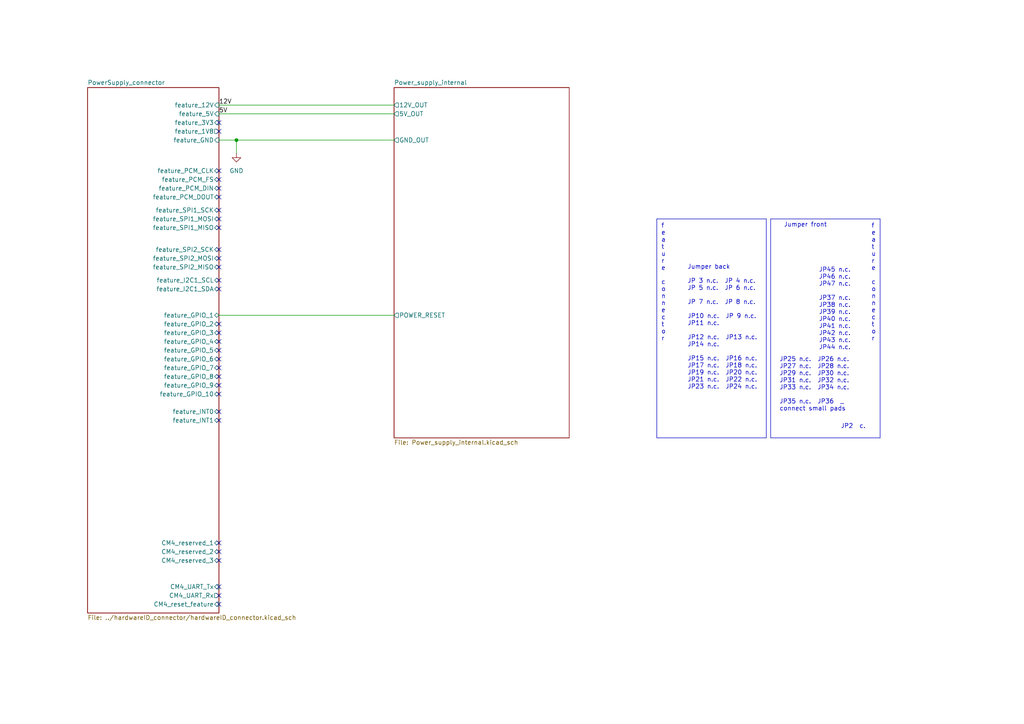
<source format=kicad_sch>
(kicad_sch (version 20230121) (generator eeschema)
  (paper "A4")
  (title_block (title "Power Supply Board") (date "2022-01-08") (rev "v1"))
  (lib_symbols
    (symbol "power:GND" (power) (pin_names (offset 0))
      (property "Value" "GND" (at 0 -3.81 0))
      (symbol "GND_0_1"
        (polyline (pts (xy 0 0) (xy 0 -1.27) (xy 1.27 -1.27) (xy 0 -2.54) (xy -1.27 -1.27) (xy 0 -1.27)))
      )
      (symbol "GND_1_1"
        (pin power_in line (at 0 0 270) (length 0) hide (name "GND") (number "1"))
      )
    )
  )
  (junction (at 68.58 40.64))
  (no_connect (at 63.5 49.53))
  (no_connect (at 63.5 74.93))
  (no_connect (at 63.5 77.47))
  (no_connect (at 63.5 66.04))
  (no_connect (at 63.5 63.5))
  (no_connect (at 63.5 81.28))
  (no_connect (at 63.5 54.61))
  (no_connect (at 63.5 83.82))
  (no_connect (at 63.5 101.6))
  (no_connect (at 63.5 104.14))
  (no_connect (at 63.5 106.68))
  (no_connect (at 63.5 109.22))
  (no_connect (at 63.5 111.76))
  (no_connect (at 63.5 114.3))
  (no_connect (at 63.5 119.38))
  (no_connect (at 63.5 121.92))
  (no_connect (at 63.5 160.02))
  (no_connect (at 63.5 157.48))
  (no_connect (at 63.5 175.26))
  (no_connect (at 63.5 172.72))
  (no_connect (at 63.5 170.18))
  (no_connect (at 63.5 162.56))
  (no_connect (at 63.5 93.98))
  (no_connect (at 63.5 96.52))
  (no_connect (at 63.5 99.06))
  (no_connect (at 63.5 57.15))
  (no_connect (at 63.5 72.39))
  (no_connect (at 63.5 38.1))
  (no_connect (at 63.5 35.56))
  (no_connect (at 63.5 60.96))
  (no_connect (at 63.5 52.07))
  (polyline (pts (xy 223.52 63.5) (xy 223.52 127)))
  (wire (pts (xy 68.58 44.45) (xy 68.58 40.64)))
  (polyline (pts (xy 223.52 63.5) (xy 255.27 63.5)))
  (polyline (pts (xy 190.5 63.5) (xy 222.25 63.5)))
  (wire (pts (xy 63.5 30.48) (xy 114.3 30.48)))
  (polyline (pts (xy 190.5 127) (xy 222.25 127)))
  (polyline (pts (xy 223.52 127) (xy 255.27 127)))
  (wire (pts (xy 68.58 40.64) (xy 114.3 40.64)))
  (wire (pts (xy 63.5 33.02) (xy 114.3 33.02)))
  (polyline (pts (xy 222.25 127) (xy 222.25 63.5)))
  (polyline (pts (xy 255.27 127) (xy 255.27 63.5)))
  (polyline (pts (xy 190.5 63.5) (xy 190.5 127)))
  (wire (pts (xy 63.5 91.44) (xy 114.3 91.44)))
  (wire (pts (xy 63.5 40.64) (xy 68.58 40.64)))
  (text "JP2  c." (at 243.84 124.46 0) (effects (font (size 1.27 1.27)) (justify left bottom)))
  (text "Jumper back\n\nJP 3 n.c.  JP 4 n.c.\nJP 5 n.c.  JP 6 n.c.\n\nJP 7 n.c.  JP 8 n.c.\n\nJP10 n.c.  JP 9 n.c.\nJP11 n.c.\n\nJP12 n.c.  JP13 n.c.\nJP14 n.c.\n\nJP15 n.c.  JP16 n.c.\nJP17 n.c.  JP18 n.c.\nJP19 n.c.  JP20 n.c.\nJP21 n.c.  JP22 n.c.\nJP23 n.c.  JP24 n.c.\n" (at 199.39 113.03 0) (effects (font (size 1.27 1.27)) (justify left bottom)))
  (text "JP45 n.c.\nJP46 n.c.\nJP47 n.c.\n\nJP37 n.c.\nJP38 n.c.\nJP39 n.c.\nJP40 n.c.\nJP41 n.c.\nJP42 n.c.\nJP43 n.c.\nJP44 n.c." (at 237.49 101.6 0) (effects (font (size 1.27 1.27)) (justify left bottom)))
  (text "f\ne\na\nt\nu\nr\ne\n\nc\no\nn\nn\ne\nc\nt\no\nr" (at 252.73 99.06 0) (effects (font (size 1.27 1.27)) (justify left bottom)))
  (text "Jumper front" (at 227.33 66.04 0) (effects (font (size 1.27 1.27)) (justify left bottom)))
  (text "JP25 n.c.  JP26 n.c.\nJP27 n.c.  JP28 n.c.\nJP29 n.c.  JP30 n.c.\nJP31 n.c.  JP32 n.c.\nJP33 n.c.  JP34 n.c.\n\nJP35 n.c.  JP36  _\nconnect small pads" (at 226.06 119.38 0) (effects (font (size 1.27 1.27)) (justify left bottom)))
  (text "f\ne\na\nt\nu\nr\ne\n\nc\no\nn\nn\ne\nc\nt\no\nr" (at 191.77 99.06 0) (effects (font (size 1.27 1.27)) (justify left bottom)))
  (label "5V" (at 63.5 33.02 0))
  (label "12V" (at 63.5 30.48 0))
  (symbol (lib_id "power:GND") (at 68.58 44.45 0) (unit 1)
    (property "Reference" "#PWR03" (effects hide))
    (property "Value" "GND" (at 68.58 49.53 0))
  )
  (sheet (at 25.4 25.4) (size 38.1 152.4) (stroke (width 0.1524))
    (property "Sheetname" "PowerSupply_connector" (at 25.4 24.6884 0) (effects (justify left bottom)))
    (property "Sheetfile" "../hardwareID_connector/hardwareID_connector.kicad_sch" (at 25.4 178.3846 0) (effects (justify left top)))
    (pin "feature_INT1" bidirectional (at 63.5 121.92 0))
    (pin "feature_GPIO_10" bidirectional (at 63.5 114.3 0))
    (pin "CM4_reserved_1" bidirectional (at 63.5 157.48 0))
    (pin "feature_INT0" bidirectional (at 63.5 119.38 0))
    (pin "CM4_reserved_2" bidirectional (at 63.5 160.02 0))
    (pin "CM4_reserved_3" bidirectional (at 63.5 162.56 0))
    (pin "feature_GPIO_3" bidirectional (at 63.5 96.52 0))
    (pin "feature_GPIO_2" bidirectional (at 63.5 93.98 0))
    (pin "feature_GPIO_1" bidirectional (at 63.5 91.44 0))
    (pin "feature_GPIO_7" bidirectional (at 63.5 106.68 0))
    (pin "feature_GPIO_8" bidirectional (at 63.5 109.22 0))
    (pin "feature_GPIO_6" bidirectional (at 63.5 104.14 0))
    (pin "feature_GPIO_4" bidirectional (at 63.5 99.06 0))
    (pin "feature_GPIO_9" bidirectional (at 63.5 111.76 0))
    (pin "feature_GPIO_5" bidirectional (at 63.5 101.6 0))
    (pin "feature_GND" input (at 63.5 40.64 0))
    (pin "feature_5V" input (at 63.5 33.02 0))
    (pin "feature_3V3" input (at 63.5 35.56 0))
    (pin "feature_12V" input (at 63.5 30.48 0))
    (pin "CM4_reset_feature" input (at 63.5 175.26 0))
    (pin "CM4_UART_Rx" output (at 63.5 172.72 0))
    (pin "CM4_UART_Tx" input (at 63.5 170.18 0))
    (pin "feature_SPI2_MISO" bidirectional (at 63.5 77.47 0))
    (pin "feature_SPI2_MOSI" bidirectional (at 63.5 74.93 0))
    (pin "feature_PCM_CLK" bidirectional (at 63.5 49.53 0))
    (pin "feature_PCM_FS" bidirectional (at 63.5 52.07 0))
    (pin "feature_PCM_DOUT" bidirectional (at 63.5 57.15 0))
    (pin "feature_PCM_DIN" bidirectional (at 63.5 54.61 0))
    (pin "feature_SPI1_MOSI" bidirectional (at 63.5 63.5 0))
    (pin "feature_I2C1_SDA" bidirectional (at 63.5 83.82 0))
    (pin "feature_SPI1_SCK" bidirectional (at 63.5 60.96 0))
    (pin "feature_I2C1_SCL" bidirectional (at 63.5 81.28 0))
    (pin "feature_1V8" output (at 63.5 38.1 0))
    (pin "feature_SPI1_MISO" bidirectional (at 63.5 66.04 0))
    (pin "feature_SPI2_SCK" bidirectional (at 63.5 72.39 0))
  )
  (sheet (at 114.3 25.4) (size 50.8 101.6) (stroke (width 0.1524))
    (property "Sheetname" "Power_supply_internal" (at 114.3 24.6884 0) (effects (justify left bottom)))
    (property "Sheetfile" "Power_supply_internal.kicad_sch" (at 114.3 127.5846 0) (effects (justify left top)))
    (pin "POWER_RESET" output (at 114.3 91.44 180))
    (pin "GND_OUT" output (at 114.3 40.64 180))
    (pin "5V_OUT" output (at 114.3 33.02 180))
    (pin "12V_OUT" output (at 114.3 30.48 180))
  )
)
</source>
